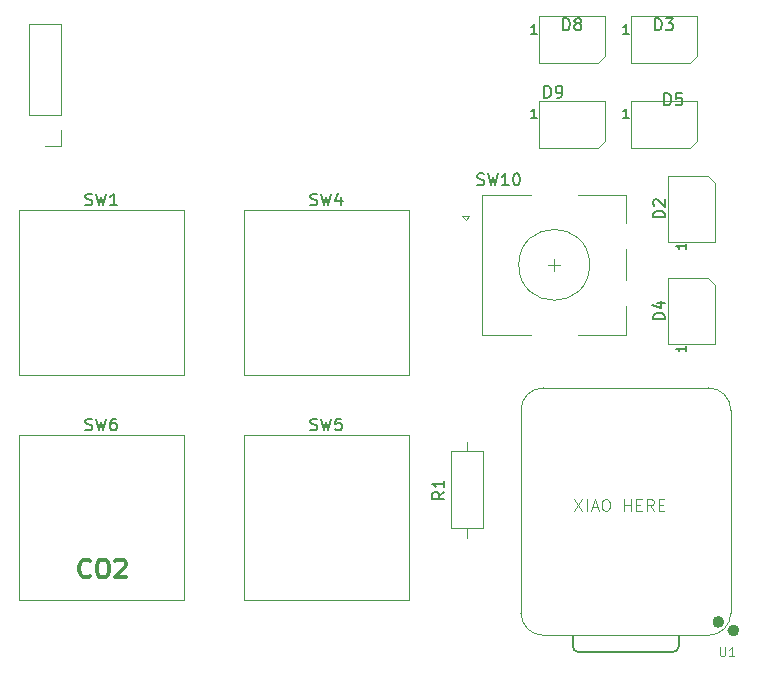
<source format=gto>
%TF.GenerationSoftware,KiCad,Pcbnew,9.0.6*%
%TF.CreationDate,2026-02-14T19:53:56+05:30*%
%TF.ProjectId,Juny co2 Hackpad,4a756e79-2063-46f3-9220-4861636b7061,rev?*%
%TF.SameCoordinates,Original*%
%TF.FileFunction,Legend,Top*%
%TF.FilePolarity,Positive*%
%FSLAX46Y46*%
G04 Gerber Fmt 4.6, Leading zero omitted, Abs format (unit mm)*
G04 Created by KiCad (PCBNEW 9.0.6) date 2026-02-14 19:53:56*
%MOMM*%
%LPD*%
G01*
G04 APERTURE LIST*
%ADD10C,0.300000*%
%ADD11C,0.100000*%
%ADD12C,0.150000*%
%ADD13C,0.106680*%
%ADD14C,0.120000*%
%ADD15C,0.127000*%
%ADD16C,0.504000*%
G04 APERTURE END LIST*
D10*
X84311653Y-130457971D02*
X84240225Y-130529400D01*
X84240225Y-130529400D02*
X84025939Y-130600828D01*
X84025939Y-130600828D02*
X83883082Y-130600828D01*
X83883082Y-130600828D02*
X83668796Y-130529400D01*
X83668796Y-130529400D02*
X83525939Y-130386542D01*
X83525939Y-130386542D02*
X83454510Y-130243685D01*
X83454510Y-130243685D02*
X83383082Y-129957971D01*
X83383082Y-129957971D02*
X83383082Y-129743685D01*
X83383082Y-129743685D02*
X83454510Y-129457971D01*
X83454510Y-129457971D02*
X83525939Y-129315114D01*
X83525939Y-129315114D02*
X83668796Y-129172257D01*
X83668796Y-129172257D02*
X83883082Y-129100828D01*
X83883082Y-129100828D02*
X84025939Y-129100828D01*
X84025939Y-129100828D02*
X84240225Y-129172257D01*
X84240225Y-129172257D02*
X84311653Y-129243685D01*
X85240225Y-129100828D02*
X85525939Y-129100828D01*
X85525939Y-129100828D02*
X85668796Y-129172257D01*
X85668796Y-129172257D02*
X85811653Y-129315114D01*
X85811653Y-129315114D02*
X85883082Y-129600828D01*
X85883082Y-129600828D02*
X85883082Y-130100828D01*
X85883082Y-130100828D02*
X85811653Y-130386542D01*
X85811653Y-130386542D02*
X85668796Y-130529400D01*
X85668796Y-130529400D02*
X85525939Y-130600828D01*
X85525939Y-130600828D02*
X85240225Y-130600828D01*
X85240225Y-130600828D02*
X85097368Y-130529400D01*
X85097368Y-130529400D02*
X84954510Y-130386542D01*
X84954510Y-130386542D02*
X84883082Y-130100828D01*
X84883082Y-130100828D02*
X84883082Y-129600828D01*
X84883082Y-129600828D02*
X84954510Y-129315114D01*
X84954510Y-129315114D02*
X85097368Y-129172257D01*
X85097368Y-129172257D02*
X85240225Y-129100828D01*
X86454511Y-129243685D02*
X86525939Y-129172257D01*
X86525939Y-129172257D02*
X86668797Y-129100828D01*
X86668797Y-129100828D02*
X87025939Y-129100828D01*
X87025939Y-129100828D02*
X87168797Y-129172257D01*
X87168797Y-129172257D02*
X87240225Y-129243685D01*
X87240225Y-129243685D02*
X87311654Y-129386542D01*
X87311654Y-129386542D02*
X87311654Y-129529400D01*
X87311654Y-129529400D02*
X87240225Y-129743685D01*
X87240225Y-129743685D02*
X86383082Y-130600828D01*
X86383082Y-130600828D02*
X87311654Y-130600828D01*
D11*
X125303646Y-123967419D02*
X125970312Y-124967419D01*
X125970312Y-123967419D02*
X125303646Y-124967419D01*
X126351265Y-124967419D02*
X126351265Y-123967419D01*
X126779836Y-124681704D02*
X127256026Y-124681704D01*
X126684598Y-124967419D02*
X127017931Y-123967419D01*
X127017931Y-123967419D02*
X127351264Y-124967419D01*
X127875074Y-123967419D02*
X128065550Y-123967419D01*
X128065550Y-123967419D02*
X128160788Y-124015038D01*
X128160788Y-124015038D02*
X128256026Y-124110276D01*
X128256026Y-124110276D02*
X128303645Y-124300752D01*
X128303645Y-124300752D02*
X128303645Y-124634085D01*
X128303645Y-124634085D02*
X128256026Y-124824561D01*
X128256026Y-124824561D02*
X128160788Y-124919800D01*
X128160788Y-124919800D02*
X128065550Y-124967419D01*
X128065550Y-124967419D02*
X127875074Y-124967419D01*
X127875074Y-124967419D02*
X127779836Y-124919800D01*
X127779836Y-124919800D02*
X127684598Y-124824561D01*
X127684598Y-124824561D02*
X127636979Y-124634085D01*
X127636979Y-124634085D02*
X127636979Y-124300752D01*
X127636979Y-124300752D02*
X127684598Y-124110276D01*
X127684598Y-124110276D02*
X127779836Y-124015038D01*
X127779836Y-124015038D02*
X127875074Y-123967419D01*
X129494122Y-124967419D02*
X129494122Y-123967419D01*
X129494122Y-124443609D02*
X130065550Y-124443609D01*
X130065550Y-124967419D02*
X130065550Y-123967419D01*
X130541741Y-124443609D02*
X130875074Y-124443609D01*
X131017931Y-124967419D02*
X130541741Y-124967419D01*
X130541741Y-124967419D02*
X130541741Y-123967419D01*
X130541741Y-123967419D02*
X131017931Y-123967419D01*
X132017931Y-124967419D02*
X131684598Y-124491228D01*
X131446503Y-124967419D02*
X131446503Y-123967419D01*
X131446503Y-123967419D02*
X131827455Y-123967419D01*
X131827455Y-123967419D02*
X131922693Y-124015038D01*
X131922693Y-124015038D02*
X131970312Y-124062657D01*
X131970312Y-124062657D02*
X132017931Y-124157895D01*
X132017931Y-124157895D02*
X132017931Y-124300752D01*
X132017931Y-124300752D02*
X131970312Y-124395990D01*
X131970312Y-124395990D02*
X131922693Y-124443609D01*
X131922693Y-124443609D02*
X131827455Y-124491228D01*
X131827455Y-124491228D02*
X131446503Y-124491228D01*
X132446503Y-124443609D02*
X132779836Y-124443609D01*
X132922693Y-124967419D02*
X132446503Y-124967419D01*
X132446503Y-124967419D02*
X132446503Y-123967419D01*
X132446503Y-123967419D02*
X132922693Y-123967419D01*
D12*
X83915417Y-99054450D02*
X84058274Y-99102069D01*
X84058274Y-99102069D02*
X84296369Y-99102069D01*
X84296369Y-99102069D02*
X84391607Y-99054450D01*
X84391607Y-99054450D02*
X84439226Y-99006830D01*
X84439226Y-99006830D02*
X84486845Y-98911592D01*
X84486845Y-98911592D02*
X84486845Y-98816354D01*
X84486845Y-98816354D02*
X84439226Y-98721116D01*
X84439226Y-98721116D02*
X84391607Y-98673497D01*
X84391607Y-98673497D02*
X84296369Y-98625878D01*
X84296369Y-98625878D02*
X84105893Y-98578259D01*
X84105893Y-98578259D02*
X84010655Y-98530640D01*
X84010655Y-98530640D02*
X83963036Y-98483021D01*
X83963036Y-98483021D02*
X83915417Y-98387783D01*
X83915417Y-98387783D02*
X83915417Y-98292545D01*
X83915417Y-98292545D02*
X83963036Y-98197307D01*
X83963036Y-98197307D02*
X84010655Y-98149688D01*
X84010655Y-98149688D02*
X84105893Y-98102069D01*
X84105893Y-98102069D02*
X84343988Y-98102069D01*
X84343988Y-98102069D02*
X84486845Y-98149688D01*
X84820179Y-98102069D02*
X85058274Y-99102069D01*
X85058274Y-99102069D02*
X85248750Y-98387783D01*
X85248750Y-98387783D02*
X85439226Y-99102069D01*
X85439226Y-99102069D02*
X85677322Y-98102069D01*
X86582083Y-99102069D02*
X86010655Y-99102069D01*
X86296369Y-99102069D02*
X86296369Y-98102069D01*
X86296369Y-98102069D02*
X86201131Y-98244926D01*
X86201131Y-98244926D02*
X86105893Y-98340164D01*
X86105893Y-98340164D02*
X86010655Y-98387783D01*
X102965417Y-99054450D02*
X103108274Y-99102069D01*
X103108274Y-99102069D02*
X103346369Y-99102069D01*
X103346369Y-99102069D02*
X103441607Y-99054450D01*
X103441607Y-99054450D02*
X103489226Y-99006830D01*
X103489226Y-99006830D02*
X103536845Y-98911592D01*
X103536845Y-98911592D02*
X103536845Y-98816354D01*
X103536845Y-98816354D02*
X103489226Y-98721116D01*
X103489226Y-98721116D02*
X103441607Y-98673497D01*
X103441607Y-98673497D02*
X103346369Y-98625878D01*
X103346369Y-98625878D02*
X103155893Y-98578259D01*
X103155893Y-98578259D02*
X103060655Y-98530640D01*
X103060655Y-98530640D02*
X103013036Y-98483021D01*
X103013036Y-98483021D02*
X102965417Y-98387783D01*
X102965417Y-98387783D02*
X102965417Y-98292545D01*
X102965417Y-98292545D02*
X103013036Y-98197307D01*
X103013036Y-98197307D02*
X103060655Y-98149688D01*
X103060655Y-98149688D02*
X103155893Y-98102069D01*
X103155893Y-98102069D02*
X103393988Y-98102069D01*
X103393988Y-98102069D02*
X103536845Y-98149688D01*
X103870179Y-98102069D02*
X104108274Y-99102069D01*
X104108274Y-99102069D02*
X104298750Y-98387783D01*
X104298750Y-98387783D02*
X104489226Y-99102069D01*
X104489226Y-99102069D02*
X104727322Y-98102069D01*
X105536845Y-98435402D02*
X105536845Y-99102069D01*
X105298750Y-98054450D02*
X105060655Y-98768735D01*
X105060655Y-98768735D02*
X105679702Y-98768735D01*
X132131905Y-84274819D02*
X132131905Y-83274819D01*
X132131905Y-83274819D02*
X132370000Y-83274819D01*
X132370000Y-83274819D02*
X132512857Y-83322438D01*
X132512857Y-83322438D02*
X132608095Y-83417676D01*
X132608095Y-83417676D02*
X132655714Y-83512914D01*
X132655714Y-83512914D02*
X132703333Y-83703390D01*
X132703333Y-83703390D02*
X132703333Y-83846247D01*
X132703333Y-83846247D02*
X132655714Y-84036723D01*
X132655714Y-84036723D02*
X132608095Y-84131961D01*
X132608095Y-84131961D02*
X132512857Y-84227200D01*
X132512857Y-84227200D02*
X132370000Y-84274819D01*
X132370000Y-84274819D02*
X132131905Y-84274819D01*
X133036667Y-83274819D02*
X133655714Y-83274819D01*
X133655714Y-83274819D02*
X133322381Y-83655771D01*
X133322381Y-83655771D02*
X133465238Y-83655771D01*
X133465238Y-83655771D02*
X133560476Y-83703390D01*
X133560476Y-83703390D02*
X133608095Y-83751009D01*
X133608095Y-83751009D02*
X133655714Y-83846247D01*
X133655714Y-83846247D02*
X133655714Y-84084342D01*
X133655714Y-84084342D02*
X133608095Y-84179580D01*
X133608095Y-84179580D02*
X133560476Y-84227200D01*
X133560476Y-84227200D02*
X133465238Y-84274819D01*
X133465238Y-84274819D02*
X133179524Y-84274819D01*
X133179524Y-84274819D02*
X133084286Y-84227200D01*
X133084286Y-84227200D02*
X133036667Y-84179580D01*
X129898571Y-84577295D02*
X129441428Y-84577295D01*
X129670000Y-84577295D02*
X129670000Y-83777295D01*
X129670000Y-83777295D02*
X129593809Y-83891580D01*
X129593809Y-83891580D02*
X129517619Y-83967771D01*
X129517619Y-83967771D02*
X129441428Y-84005866D01*
X122769405Y-89989819D02*
X122769405Y-88989819D01*
X122769405Y-88989819D02*
X123007500Y-88989819D01*
X123007500Y-88989819D02*
X123150357Y-89037438D01*
X123150357Y-89037438D02*
X123245595Y-89132676D01*
X123245595Y-89132676D02*
X123293214Y-89227914D01*
X123293214Y-89227914D02*
X123340833Y-89418390D01*
X123340833Y-89418390D02*
X123340833Y-89561247D01*
X123340833Y-89561247D02*
X123293214Y-89751723D01*
X123293214Y-89751723D02*
X123245595Y-89846961D01*
X123245595Y-89846961D02*
X123150357Y-89942200D01*
X123150357Y-89942200D02*
X123007500Y-89989819D01*
X123007500Y-89989819D02*
X122769405Y-89989819D01*
X123817024Y-89989819D02*
X124007500Y-89989819D01*
X124007500Y-89989819D02*
X124102738Y-89942200D01*
X124102738Y-89942200D02*
X124150357Y-89894580D01*
X124150357Y-89894580D02*
X124245595Y-89751723D01*
X124245595Y-89751723D02*
X124293214Y-89561247D01*
X124293214Y-89561247D02*
X124293214Y-89180295D01*
X124293214Y-89180295D02*
X124245595Y-89085057D01*
X124245595Y-89085057D02*
X124197976Y-89037438D01*
X124197976Y-89037438D02*
X124102738Y-88989819D01*
X124102738Y-88989819D02*
X123912262Y-88989819D01*
X123912262Y-88989819D02*
X123817024Y-89037438D01*
X123817024Y-89037438D02*
X123769405Y-89085057D01*
X123769405Y-89085057D02*
X123721786Y-89180295D01*
X123721786Y-89180295D02*
X123721786Y-89418390D01*
X123721786Y-89418390D02*
X123769405Y-89513628D01*
X123769405Y-89513628D02*
X123817024Y-89561247D01*
X123817024Y-89561247D02*
X123912262Y-89608866D01*
X123912262Y-89608866D02*
X124102738Y-89608866D01*
X124102738Y-89608866D02*
X124197976Y-89561247D01*
X124197976Y-89561247D02*
X124245595Y-89513628D01*
X124245595Y-89513628D02*
X124293214Y-89418390D01*
X122123571Y-91721045D02*
X121666428Y-91721045D01*
X121895000Y-91721045D02*
X121895000Y-90921045D01*
X121895000Y-90921045D02*
X121818809Y-91035330D01*
X121818809Y-91035330D02*
X121742619Y-91111521D01*
X121742619Y-91111521D02*
X121666428Y-91149616D01*
X83915417Y-118104450D02*
X84058274Y-118152069D01*
X84058274Y-118152069D02*
X84296369Y-118152069D01*
X84296369Y-118152069D02*
X84391607Y-118104450D01*
X84391607Y-118104450D02*
X84439226Y-118056830D01*
X84439226Y-118056830D02*
X84486845Y-117961592D01*
X84486845Y-117961592D02*
X84486845Y-117866354D01*
X84486845Y-117866354D02*
X84439226Y-117771116D01*
X84439226Y-117771116D02*
X84391607Y-117723497D01*
X84391607Y-117723497D02*
X84296369Y-117675878D01*
X84296369Y-117675878D02*
X84105893Y-117628259D01*
X84105893Y-117628259D02*
X84010655Y-117580640D01*
X84010655Y-117580640D02*
X83963036Y-117533021D01*
X83963036Y-117533021D02*
X83915417Y-117437783D01*
X83915417Y-117437783D02*
X83915417Y-117342545D01*
X83915417Y-117342545D02*
X83963036Y-117247307D01*
X83963036Y-117247307D02*
X84010655Y-117199688D01*
X84010655Y-117199688D02*
X84105893Y-117152069D01*
X84105893Y-117152069D02*
X84343988Y-117152069D01*
X84343988Y-117152069D02*
X84486845Y-117199688D01*
X84820179Y-117152069D02*
X85058274Y-118152069D01*
X85058274Y-118152069D02*
X85248750Y-117437783D01*
X85248750Y-117437783D02*
X85439226Y-118152069D01*
X85439226Y-118152069D02*
X85677322Y-117152069D01*
X86486845Y-117152069D02*
X86296369Y-117152069D01*
X86296369Y-117152069D02*
X86201131Y-117199688D01*
X86201131Y-117199688D02*
X86153512Y-117247307D01*
X86153512Y-117247307D02*
X86058274Y-117390164D01*
X86058274Y-117390164D02*
X86010655Y-117580640D01*
X86010655Y-117580640D02*
X86010655Y-117961592D01*
X86010655Y-117961592D02*
X86058274Y-118056830D01*
X86058274Y-118056830D02*
X86105893Y-118104450D01*
X86105893Y-118104450D02*
X86201131Y-118152069D01*
X86201131Y-118152069D02*
X86391607Y-118152069D01*
X86391607Y-118152069D02*
X86486845Y-118104450D01*
X86486845Y-118104450D02*
X86534464Y-118056830D01*
X86534464Y-118056830D02*
X86582083Y-117961592D01*
X86582083Y-117961592D02*
X86582083Y-117723497D01*
X86582083Y-117723497D02*
X86534464Y-117628259D01*
X86534464Y-117628259D02*
X86486845Y-117580640D01*
X86486845Y-117580640D02*
X86391607Y-117533021D01*
X86391607Y-117533021D02*
X86201131Y-117533021D01*
X86201131Y-117533021D02*
X86105893Y-117580640D01*
X86105893Y-117580640D02*
X86058274Y-117628259D01*
X86058274Y-117628259D02*
X86010655Y-117723497D01*
X114289819Y-123356666D02*
X113813628Y-123689999D01*
X114289819Y-123928094D02*
X113289819Y-123928094D01*
X113289819Y-123928094D02*
X113289819Y-123547142D01*
X113289819Y-123547142D02*
X113337438Y-123451904D01*
X113337438Y-123451904D02*
X113385057Y-123404285D01*
X113385057Y-123404285D02*
X113480295Y-123356666D01*
X113480295Y-123356666D02*
X113623152Y-123356666D01*
X113623152Y-123356666D02*
X113718390Y-123404285D01*
X113718390Y-123404285D02*
X113766009Y-123451904D01*
X113766009Y-123451904D02*
X113813628Y-123547142D01*
X113813628Y-123547142D02*
X113813628Y-123928094D01*
X114289819Y-122404285D02*
X114289819Y-122975713D01*
X114289819Y-122689999D02*
X113289819Y-122689999D01*
X113289819Y-122689999D02*
X113432676Y-122785237D01*
X113432676Y-122785237D02*
X113527914Y-122880475D01*
X113527914Y-122880475D02*
X113575533Y-122975713D01*
X117089226Y-97347200D02*
X117232083Y-97394819D01*
X117232083Y-97394819D02*
X117470178Y-97394819D01*
X117470178Y-97394819D02*
X117565416Y-97347200D01*
X117565416Y-97347200D02*
X117613035Y-97299580D01*
X117613035Y-97299580D02*
X117660654Y-97204342D01*
X117660654Y-97204342D02*
X117660654Y-97109104D01*
X117660654Y-97109104D02*
X117613035Y-97013866D01*
X117613035Y-97013866D02*
X117565416Y-96966247D01*
X117565416Y-96966247D02*
X117470178Y-96918628D01*
X117470178Y-96918628D02*
X117279702Y-96871009D01*
X117279702Y-96871009D02*
X117184464Y-96823390D01*
X117184464Y-96823390D02*
X117136845Y-96775771D01*
X117136845Y-96775771D02*
X117089226Y-96680533D01*
X117089226Y-96680533D02*
X117089226Y-96585295D01*
X117089226Y-96585295D02*
X117136845Y-96490057D01*
X117136845Y-96490057D02*
X117184464Y-96442438D01*
X117184464Y-96442438D02*
X117279702Y-96394819D01*
X117279702Y-96394819D02*
X117517797Y-96394819D01*
X117517797Y-96394819D02*
X117660654Y-96442438D01*
X117993988Y-96394819D02*
X118232083Y-97394819D01*
X118232083Y-97394819D02*
X118422559Y-96680533D01*
X118422559Y-96680533D02*
X118613035Y-97394819D01*
X118613035Y-97394819D02*
X118851131Y-96394819D01*
X119755892Y-97394819D02*
X119184464Y-97394819D01*
X119470178Y-97394819D02*
X119470178Y-96394819D01*
X119470178Y-96394819D02*
X119374940Y-96537676D01*
X119374940Y-96537676D02*
X119279702Y-96632914D01*
X119279702Y-96632914D02*
X119184464Y-96680533D01*
X120374940Y-96394819D02*
X120470178Y-96394819D01*
X120470178Y-96394819D02*
X120565416Y-96442438D01*
X120565416Y-96442438D02*
X120613035Y-96490057D01*
X120613035Y-96490057D02*
X120660654Y-96585295D01*
X120660654Y-96585295D02*
X120708273Y-96775771D01*
X120708273Y-96775771D02*
X120708273Y-97013866D01*
X120708273Y-97013866D02*
X120660654Y-97204342D01*
X120660654Y-97204342D02*
X120613035Y-97299580D01*
X120613035Y-97299580D02*
X120565416Y-97347200D01*
X120565416Y-97347200D02*
X120470178Y-97394819D01*
X120470178Y-97394819D02*
X120374940Y-97394819D01*
X120374940Y-97394819D02*
X120279702Y-97347200D01*
X120279702Y-97347200D02*
X120232083Y-97299580D01*
X120232083Y-97299580D02*
X120184464Y-97204342D01*
X120184464Y-97204342D02*
X120136845Y-97013866D01*
X120136845Y-97013866D02*
X120136845Y-96775771D01*
X120136845Y-96775771D02*
X120184464Y-96585295D01*
X120184464Y-96585295D02*
X120232083Y-96490057D01*
X120232083Y-96490057D02*
X120279702Y-96442438D01*
X120279702Y-96442438D02*
X120374940Y-96394819D01*
X132959819Y-108765594D02*
X131959819Y-108765594D01*
X131959819Y-108765594D02*
X131959819Y-108527499D01*
X131959819Y-108527499D02*
X132007438Y-108384642D01*
X132007438Y-108384642D02*
X132102676Y-108289404D01*
X132102676Y-108289404D02*
X132197914Y-108241785D01*
X132197914Y-108241785D02*
X132388390Y-108194166D01*
X132388390Y-108194166D02*
X132531247Y-108194166D01*
X132531247Y-108194166D02*
X132721723Y-108241785D01*
X132721723Y-108241785D02*
X132816961Y-108289404D01*
X132816961Y-108289404D02*
X132912200Y-108384642D01*
X132912200Y-108384642D02*
X132959819Y-108527499D01*
X132959819Y-108527499D02*
X132959819Y-108765594D01*
X132293152Y-107337023D02*
X132959819Y-107337023D01*
X131912200Y-107575118D02*
X132626485Y-107813213D01*
X132626485Y-107813213D02*
X132626485Y-107194166D01*
X134742295Y-110998928D02*
X134742295Y-111456071D01*
X134742295Y-111227499D02*
X133942295Y-111227499D01*
X133942295Y-111227499D02*
X134056580Y-111303690D01*
X134056580Y-111303690D02*
X134132771Y-111379880D01*
X134132771Y-111379880D02*
X134170866Y-111456071D01*
D13*
X137608442Y-136503705D02*
X137608442Y-137137012D01*
X137608442Y-137137012D02*
X137645696Y-137211518D01*
X137645696Y-137211518D02*
X137682949Y-137248772D01*
X137682949Y-137248772D02*
X137757456Y-137286025D01*
X137757456Y-137286025D02*
X137906469Y-137286025D01*
X137906469Y-137286025D02*
X137980976Y-137248772D01*
X137980976Y-137248772D02*
X138018229Y-137211518D01*
X138018229Y-137211518D02*
X138055482Y-137137012D01*
X138055482Y-137137012D02*
X138055482Y-136503705D01*
X138837802Y-137286025D02*
X138390762Y-137286025D01*
X138614282Y-137286025D02*
X138614282Y-136503705D01*
X138614282Y-136503705D02*
X138539775Y-136615465D01*
X138539775Y-136615465D02*
X138465269Y-136689972D01*
X138465269Y-136689972D02*
X138390762Y-136727225D01*
D12*
X124356905Y-84274819D02*
X124356905Y-83274819D01*
X124356905Y-83274819D02*
X124595000Y-83274819D01*
X124595000Y-83274819D02*
X124737857Y-83322438D01*
X124737857Y-83322438D02*
X124833095Y-83417676D01*
X124833095Y-83417676D02*
X124880714Y-83512914D01*
X124880714Y-83512914D02*
X124928333Y-83703390D01*
X124928333Y-83703390D02*
X124928333Y-83846247D01*
X124928333Y-83846247D02*
X124880714Y-84036723D01*
X124880714Y-84036723D02*
X124833095Y-84131961D01*
X124833095Y-84131961D02*
X124737857Y-84227200D01*
X124737857Y-84227200D02*
X124595000Y-84274819D01*
X124595000Y-84274819D02*
X124356905Y-84274819D01*
X125499762Y-83703390D02*
X125404524Y-83655771D01*
X125404524Y-83655771D02*
X125356905Y-83608152D01*
X125356905Y-83608152D02*
X125309286Y-83512914D01*
X125309286Y-83512914D02*
X125309286Y-83465295D01*
X125309286Y-83465295D02*
X125356905Y-83370057D01*
X125356905Y-83370057D02*
X125404524Y-83322438D01*
X125404524Y-83322438D02*
X125499762Y-83274819D01*
X125499762Y-83274819D02*
X125690238Y-83274819D01*
X125690238Y-83274819D02*
X125785476Y-83322438D01*
X125785476Y-83322438D02*
X125833095Y-83370057D01*
X125833095Y-83370057D02*
X125880714Y-83465295D01*
X125880714Y-83465295D02*
X125880714Y-83512914D01*
X125880714Y-83512914D02*
X125833095Y-83608152D01*
X125833095Y-83608152D02*
X125785476Y-83655771D01*
X125785476Y-83655771D02*
X125690238Y-83703390D01*
X125690238Y-83703390D02*
X125499762Y-83703390D01*
X125499762Y-83703390D02*
X125404524Y-83751009D01*
X125404524Y-83751009D02*
X125356905Y-83798628D01*
X125356905Y-83798628D02*
X125309286Y-83893866D01*
X125309286Y-83893866D02*
X125309286Y-84084342D01*
X125309286Y-84084342D02*
X125356905Y-84179580D01*
X125356905Y-84179580D02*
X125404524Y-84227200D01*
X125404524Y-84227200D02*
X125499762Y-84274819D01*
X125499762Y-84274819D02*
X125690238Y-84274819D01*
X125690238Y-84274819D02*
X125785476Y-84227200D01*
X125785476Y-84227200D02*
X125833095Y-84179580D01*
X125833095Y-84179580D02*
X125880714Y-84084342D01*
X125880714Y-84084342D02*
X125880714Y-83893866D01*
X125880714Y-83893866D02*
X125833095Y-83798628D01*
X125833095Y-83798628D02*
X125785476Y-83751009D01*
X125785476Y-83751009D02*
X125690238Y-83703390D01*
X122123571Y-84577295D02*
X121666428Y-84577295D01*
X121895000Y-84577295D02*
X121895000Y-83777295D01*
X121895000Y-83777295D02*
X121818809Y-83891580D01*
X121818809Y-83891580D02*
X121742619Y-83967771D01*
X121742619Y-83967771D02*
X121666428Y-84005866D01*
X132929405Y-90624819D02*
X132929405Y-89624819D01*
X132929405Y-89624819D02*
X133167500Y-89624819D01*
X133167500Y-89624819D02*
X133310357Y-89672438D01*
X133310357Y-89672438D02*
X133405595Y-89767676D01*
X133405595Y-89767676D02*
X133453214Y-89862914D01*
X133453214Y-89862914D02*
X133500833Y-90053390D01*
X133500833Y-90053390D02*
X133500833Y-90196247D01*
X133500833Y-90196247D02*
X133453214Y-90386723D01*
X133453214Y-90386723D02*
X133405595Y-90481961D01*
X133405595Y-90481961D02*
X133310357Y-90577200D01*
X133310357Y-90577200D02*
X133167500Y-90624819D01*
X133167500Y-90624819D02*
X132929405Y-90624819D01*
X134405595Y-89624819D02*
X133929405Y-89624819D01*
X133929405Y-89624819D02*
X133881786Y-90101009D01*
X133881786Y-90101009D02*
X133929405Y-90053390D01*
X133929405Y-90053390D02*
X134024643Y-90005771D01*
X134024643Y-90005771D02*
X134262738Y-90005771D01*
X134262738Y-90005771D02*
X134357976Y-90053390D01*
X134357976Y-90053390D02*
X134405595Y-90101009D01*
X134405595Y-90101009D02*
X134453214Y-90196247D01*
X134453214Y-90196247D02*
X134453214Y-90434342D01*
X134453214Y-90434342D02*
X134405595Y-90529580D01*
X134405595Y-90529580D02*
X134357976Y-90577200D01*
X134357976Y-90577200D02*
X134262738Y-90624819D01*
X134262738Y-90624819D02*
X134024643Y-90624819D01*
X134024643Y-90624819D02*
X133929405Y-90577200D01*
X133929405Y-90577200D02*
X133881786Y-90529580D01*
X129898571Y-91721045D02*
X129441428Y-91721045D01*
X129670000Y-91721045D02*
X129670000Y-90921045D01*
X129670000Y-90921045D02*
X129593809Y-91035330D01*
X129593809Y-91035330D02*
X129517619Y-91111521D01*
X129517619Y-91111521D02*
X129441428Y-91149616D01*
X102965417Y-118104450D02*
X103108274Y-118152069D01*
X103108274Y-118152069D02*
X103346369Y-118152069D01*
X103346369Y-118152069D02*
X103441607Y-118104450D01*
X103441607Y-118104450D02*
X103489226Y-118056830D01*
X103489226Y-118056830D02*
X103536845Y-117961592D01*
X103536845Y-117961592D02*
X103536845Y-117866354D01*
X103536845Y-117866354D02*
X103489226Y-117771116D01*
X103489226Y-117771116D02*
X103441607Y-117723497D01*
X103441607Y-117723497D02*
X103346369Y-117675878D01*
X103346369Y-117675878D02*
X103155893Y-117628259D01*
X103155893Y-117628259D02*
X103060655Y-117580640D01*
X103060655Y-117580640D02*
X103013036Y-117533021D01*
X103013036Y-117533021D02*
X102965417Y-117437783D01*
X102965417Y-117437783D02*
X102965417Y-117342545D01*
X102965417Y-117342545D02*
X103013036Y-117247307D01*
X103013036Y-117247307D02*
X103060655Y-117199688D01*
X103060655Y-117199688D02*
X103155893Y-117152069D01*
X103155893Y-117152069D02*
X103393988Y-117152069D01*
X103393988Y-117152069D02*
X103536845Y-117199688D01*
X103870179Y-117152069D02*
X104108274Y-118152069D01*
X104108274Y-118152069D02*
X104298750Y-117437783D01*
X104298750Y-117437783D02*
X104489226Y-118152069D01*
X104489226Y-118152069D02*
X104727322Y-117152069D01*
X105584464Y-117152069D02*
X105108274Y-117152069D01*
X105108274Y-117152069D02*
X105060655Y-117628259D01*
X105060655Y-117628259D02*
X105108274Y-117580640D01*
X105108274Y-117580640D02*
X105203512Y-117533021D01*
X105203512Y-117533021D02*
X105441607Y-117533021D01*
X105441607Y-117533021D02*
X105536845Y-117580640D01*
X105536845Y-117580640D02*
X105584464Y-117628259D01*
X105584464Y-117628259D02*
X105632083Y-117723497D01*
X105632083Y-117723497D02*
X105632083Y-117961592D01*
X105632083Y-117961592D02*
X105584464Y-118056830D01*
X105584464Y-118056830D02*
X105536845Y-118104450D01*
X105536845Y-118104450D02*
X105441607Y-118152069D01*
X105441607Y-118152069D02*
X105203512Y-118152069D01*
X105203512Y-118152069D02*
X105108274Y-118104450D01*
X105108274Y-118104450D02*
X105060655Y-118056830D01*
X132959819Y-100115594D02*
X131959819Y-100115594D01*
X131959819Y-100115594D02*
X131959819Y-99877499D01*
X131959819Y-99877499D02*
X132007438Y-99734642D01*
X132007438Y-99734642D02*
X132102676Y-99639404D01*
X132102676Y-99639404D02*
X132197914Y-99591785D01*
X132197914Y-99591785D02*
X132388390Y-99544166D01*
X132388390Y-99544166D02*
X132531247Y-99544166D01*
X132531247Y-99544166D02*
X132721723Y-99591785D01*
X132721723Y-99591785D02*
X132816961Y-99639404D01*
X132816961Y-99639404D02*
X132912200Y-99734642D01*
X132912200Y-99734642D02*
X132959819Y-99877499D01*
X132959819Y-99877499D02*
X132959819Y-100115594D01*
X132055057Y-99163213D02*
X132007438Y-99115594D01*
X132007438Y-99115594D02*
X131959819Y-99020356D01*
X131959819Y-99020356D02*
X131959819Y-98782261D01*
X131959819Y-98782261D02*
X132007438Y-98687023D01*
X132007438Y-98687023D02*
X132055057Y-98639404D01*
X132055057Y-98639404D02*
X132150295Y-98591785D01*
X132150295Y-98591785D02*
X132245533Y-98591785D01*
X132245533Y-98591785D02*
X132388390Y-98639404D01*
X132388390Y-98639404D02*
X132959819Y-99210832D01*
X132959819Y-99210832D02*
X132959819Y-98591785D01*
X134742295Y-102348928D02*
X134742295Y-102806071D01*
X134742295Y-102577499D02*
X133942295Y-102577499D01*
X133942295Y-102577499D02*
X134056580Y-102653690D01*
X134056580Y-102653690D02*
X134132771Y-102729880D01*
X134132771Y-102729880D02*
X134170866Y-102806071D01*
D14*
%TO.C,J1*%
X79106250Y-91440000D02*
X79106250Y-83710000D01*
X81866250Y-83710000D02*
X79106250Y-83710000D01*
X81866250Y-91440000D02*
X79106250Y-91440000D01*
X81866250Y-91440000D02*
X81866250Y-83710000D01*
X81866250Y-92710000D02*
X81866250Y-94090000D01*
X81866250Y-94090000D02*
X80486250Y-94090000D01*
%TO.C,SW1*%
X78263750Y-99536250D02*
X92233750Y-99536250D01*
X78263750Y-113506250D02*
X78263750Y-99536250D01*
X92233750Y-99536250D02*
X92233750Y-113506250D01*
X92233750Y-113506250D02*
X78263750Y-113506250D01*
%TO.C,SW4*%
X97313750Y-99536250D02*
X111283750Y-99536250D01*
X97313750Y-113506250D02*
X97313750Y-99536250D01*
X111283750Y-99536250D02*
X111283750Y-113506250D01*
X111283750Y-113506250D02*
X97313750Y-113506250D01*
%TO.C,D3*%
X130070000Y-83090000D02*
X130070000Y-87090000D01*
X130070000Y-83090000D02*
X135670000Y-83090000D01*
X130070000Y-87090000D02*
X135070000Y-87090000D01*
X135670000Y-86490000D02*
X135070000Y-87090000D01*
X135670000Y-86490000D02*
X135670000Y-83090000D01*
%TO.C,D9*%
X122295000Y-90233750D02*
X122295000Y-94233750D01*
X122295000Y-90233750D02*
X127895000Y-90233750D01*
X122295000Y-94233750D02*
X127295000Y-94233750D01*
X127895000Y-93633750D02*
X127295000Y-94233750D01*
X127895000Y-93633750D02*
X127895000Y-90233750D01*
%TO.C,SW6*%
X78263750Y-118586250D02*
X92233750Y-118586250D01*
X78263750Y-132556250D02*
X78263750Y-118586250D01*
X92233750Y-118586250D02*
X92233750Y-132556250D01*
X92233750Y-132556250D02*
X78263750Y-132556250D01*
%TO.C,R1*%
X116205000Y-119150000D02*
X116205000Y-119920000D01*
X116205000Y-127230000D02*
X116205000Y-126460000D01*
X114835000Y-126460000D02*
X117575000Y-126460000D01*
X117575000Y-119920000D01*
X114835000Y-119920000D01*
X114835000Y-126460000D01*
%TO.C,SW10*%
X115798750Y-100040000D02*
X116398750Y-100040000D01*
X116098750Y-100340000D02*
X115798750Y-100040000D01*
X116398750Y-100040000D02*
X116098750Y-100340000D01*
X117498750Y-98240000D02*
X117498750Y-110040000D01*
X121598750Y-98240000D02*
X117498750Y-98240000D01*
X121598750Y-110040000D02*
X117498750Y-110040000D01*
X123098750Y-104140000D02*
X124098750Y-104140000D01*
X123598750Y-103640000D02*
X123598750Y-104640000D01*
X125598750Y-98240000D02*
X129698750Y-98240000D01*
X129698750Y-98240000D02*
X129698750Y-100640000D01*
X129698750Y-102840000D02*
X129698750Y-105440000D01*
X129698750Y-107640000D02*
X129698750Y-110040000D01*
X129698750Y-110040000D02*
X125598750Y-110040000D01*
X126598750Y-104140000D02*
G75*
G02*
X120598750Y-104140000I-3000000J0D01*
G01*
X120598750Y-104140000D02*
G75*
G02*
X126598750Y-104140000I3000000J0D01*
G01*
%TO.C,D4*%
X133255000Y-110827500D02*
X133255000Y-105227500D01*
X133255000Y-110827500D02*
X137255000Y-110827500D01*
X136655000Y-105227500D02*
X133255000Y-105227500D01*
X136655000Y-105227500D02*
X137255000Y-105827500D01*
X137255000Y-110827500D02*
X137255000Y-105827500D01*
D11*
%TO.C,U1*%
X120777000Y-116459000D02*
X120777000Y-133604000D01*
X122682000Y-135509000D02*
X136652000Y-135509000D01*
D15*
X125163000Y-136419000D02*
X125163000Y-135509000D01*
X133658272Y-136919000D02*
X125663000Y-136919000D01*
X134162000Y-135509000D02*
X134158272Y-136419272D01*
D11*
X136652000Y-114554000D02*
X122682000Y-114554000D01*
X138557000Y-116459000D02*
X138557000Y-133604000D01*
X120777000Y-116459000D02*
G75*
G02*
X122682000Y-114554000I1905000J0D01*
G01*
X122682000Y-135509000D02*
G75*
G02*
X120777000Y-133604000I0J1905000D01*
G01*
D15*
X125663000Y-136919000D02*
G75*
G02*
X125163000Y-136419000I0J500000D01*
G01*
X134158272Y-136419272D02*
G75*
G02*
X133658272Y-136918999I-500018J291D01*
G01*
D11*
X136652000Y-114554000D02*
G75*
G02*
X138557000Y-116459000I-1J-1905001D01*
G01*
X138557000Y-133608000D02*
G75*
G02*
X136652000Y-135513000I-1905001J1D01*
G01*
D16*
X137745000Y-134376000D02*
G75*
G02*
X137241000Y-134376000I-252000J0D01*
G01*
X137241000Y-134376000D02*
G75*
G02*
X137745000Y-134376000I252000J0D01*
G01*
X139019000Y-135093000D02*
G75*
G02*
X138515000Y-135093000I-252000J0D01*
G01*
X138515000Y-135093000D02*
G75*
G02*
X139019000Y-135093000I252000J0D01*
G01*
D14*
%TO.C,D8*%
X122295000Y-83090000D02*
X122295000Y-87090000D01*
X122295000Y-83090000D02*
X127895000Y-83090000D01*
X122295000Y-87090000D02*
X127295000Y-87090000D01*
X127895000Y-86490000D02*
X127295000Y-87090000D01*
X127895000Y-86490000D02*
X127895000Y-83090000D01*
%TO.C,D5*%
X130070000Y-90233750D02*
X130070000Y-94233750D01*
X130070000Y-90233750D02*
X135670000Y-90233750D01*
X130070000Y-94233750D02*
X135070000Y-94233750D01*
X135670000Y-93633750D02*
X135070000Y-94233750D01*
X135670000Y-93633750D02*
X135670000Y-90233750D01*
%TO.C,SW5*%
X97313750Y-118586250D02*
X111283750Y-118586250D01*
X97313750Y-132556250D02*
X97313750Y-118586250D01*
X111283750Y-118586250D02*
X111283750Y-132556250D01*
X111283750Y-132556250D02*
X97313750Y-132556250D01*
%TO.C,D2*%
X133255000Y-102177500D02*
X133255000Y-96577500D01*
X133255000Y-102177500D02*
X137255000Y-102177500D01*
X136655000Y-96577500D02*
X133255000Y-96577500D01*
X136655000Y-96577500D02*
X137255000Y-97177500D01*
X137255000Y-102177500D02*
X137255000Y-97177500D01*
%TD*%
M02*

</source>
